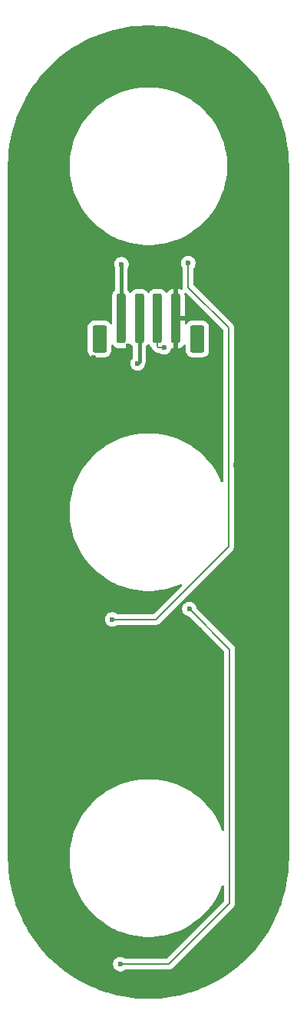
<source format=gbr>
%TF.GenerationSoftware,KiCad,Pcbnew,9.0.0*%
%TF.CreationDate,2025-03-15T09:27:42-04:00*%
%TF.ProjectId,cnc-hmi-encleds,636e632d-686d-4692-9d65-6e636c656473,rev?*%
%TF.SameCoordinates,Original*%
%TF.FileFunction,Copper,L2,Bot*%
%TF.FilePolarity,Positive*%
%FSLAX46Y46*%
G04 Gerber Fmt 4.6, Leading zero omitted, Abs format (unit mm)*
G04 Created by KiCad (PCBNEW 9.0.0) date 2025-03-15 09:27:42*
%MOMM*%
%LPD*%
G01*
G04 APERTURE LIST*
G04 Aperture macros list*
%AMRoundRect*
0 Rectangle with rounded corners*
0 $1 Rounding radius*
0 $2 $3 $4 $5 $6 $7 $8 $9 X,Y pos of 4 corners*
0 Add a 4 corners polygon primitive as box body*
4,1,4,$2,$3,$4,$5,$6,$7,$8,$9,$2,$3,0*
0 Add four circle primitives for the rounded corners*
1,1,$1+$1,$2,$3*
1,1,$1+$1,$4,$5*
1,1,$1+$1,$6,$7*
1,1,$1+$1,$8,$9*
0 Add four rect primitives between the rounded corners*
20,1,$1+$1,$2,$3,$4,$5,0*
20,1,$1+$1,$4,$5,$6,$7,0*
20,1,$1+$1,$6,$7,$8,$9,0*
20,1,$1+$1,$8,$9,$2,$3,0*%
G04 Aperture macros list end*
%TA.AperFunction,SMDPad,CuDef*%
%ADD10RoundRect,0.250000X-0.550000X-1.250000X0.550000X-1.250000X0.550000X1.250000X-0.550000X1.250000X0*%
%TD*%
%TA.AperFunction,SMDPad,CuDef*%
%ADD11RoundRect,0.250000X-0.250000X-2.500000X0.250000X-2.500000X0.250000X2.500000X-0.250000X2.500000X0*%
%TD*%
%TA.AperFunction,ViaPad*%
%ADD12C,0.600000*%
%TD*%
%TA.AperFunction,Conductor*%
%ADD13C,0.381000*%
%TD*%
%TA.AperFunction,Conductor*%
%ADD14C,0.200000*%
%TD*%
G04 APERTURE END LIST*
D10*
%TO.P,J1,MP*%
%TO.N,N/C*%
X161399800Y-76053000D03*
X150599800Y-76053000D03*
D11*
%TO.P,J1,4,Pin_4*%
%TO.N,GND*%
X158999800Y-73803000D03*
%TO.P,J1,3,Pin_3*%
%TO.N,/DOUT_3V3*%
X156999800Y-73803000D03*
%TO.P,J1,2,Pin_2*%
%TO.N,+3V3*%
X154999800Y-73803000D03*
%TO.P,J1,1,Pin_1*%
%TO.N,+5V*%
X152999800Y-73803000D03*
%TD*%
D12*
%TO.N,GND*%
X153756417Y-76862025D03*
X148971000Y-76835000D03*
X149987000Y-78105000D03*
X141859000Y-134112000D03*
X158877000Y-45974000D03*
X147701000Y-145161000D03*
X156337000Y-78613000D03*
X143891000Y-103759000D03*
X141859000Y-57531000D03*
X158750000Y-83566000D03*
X153797000Y-43434000D03*
X148971000Y-82931000D03*
X145415000Y-48260000D03*
X166116000Y-99695000D03*
X144018000Y-65786000D03*
X167259000Y-94742000D03*
X141859000Y-95885000D03*
X166370000Y-61341000D03*
X164338000Y-49022000D03*
X154940000Y-122047000D03*
X143510000Y-138557000D03*
X168148000Y-57658000D03*
X165735000Y-104902000D03*
X160401000Y-145161000D03*
X166751000Y-129159000D03*
X161671000Y-108077000D03*
X164084000Y-125222000D03*
X142494000Y-90170000D03*
X141859000Y-61468000D03*
X166878000Y-133350000D03*
X164338000Y-65786000D03*
X145034000Y-86106000D03*
X165227000Y-143002000D03*
X155194000Y-83820000D03*
X145415000Y-142748000D03*
X142748000Y-100711000D03*
X142367000Y-128270000D03*
X158877000Y-121285000D03*
X166497000Y-53213000D03*
X167894000Y-138684000D03*
X148971000Y-121412000D03*
X149352000Y-45212000D03*
X165608000Y-89916000D03*
X145161000Y-124206000D03*
X147574000Y-106934000D03*
X162687000Y-86233000D03*
X143256000Y-52959000D03*
X161798000Y-69850000D03*
X147828000Y-68834000D03*
%TO.N,+5V*%
X153035000Y-67818000D03*
%TO.N,Net-(D15-DOUT)*%
X152019000Y-106934000D03*
X160401000Y-67691000D03*
%TO.N,Net-(D30-DOUT)*%
X152908000Y-144907000D03*
X160528000Y-105791000D03*
%TO.N,+3V3*%
X154813000Y-78740000D03*
%TO.N,/DOUT_3V3*%
X157734000Y-76962000D03*
%TD*%
D13*
%TO.N,+5V*%
X152999800Y-73803000D02*
X152999800Y-67853200D01*
X152999800Y-67853200D02*
X153035000Y-67818000D01*
D14*
%TO.N,Net-(D15-DOUT)*%
X164846000Y-74803000D02*
X164846000Y-98933000D01*
X160401000Y-70358000D02*
X164846000Y-74803000D01*
X164846000Y-98933000D02*
X156845000Y-106934000D01*
X160401000Y-67691000D02*
X160401000Y-70358000D01*
X156845000Y-106934000D02*
X152019000Y-106934000D01*
%TO.N,Net-(D30-DOUT)*%
X164973000Y-110236000D02*
X164973000Y-138176000D01*
X160528000Y-105791000D02*
X164973000Y-110236000D01*
X164973000Y-138176000D02*
X158242000Y-144907000D01*
X158242000Y-144907000D02*
X152908000Y-144907000D01*
D13*
%TO.N,+3V3*%
X154999800Y-78553200D02*
X154813000Y-78740000D01*
X154999800Y-73803000D02*
X154999800Y-78553200D01*
D14*
%TO.N,/DOUT_3V3*%
X156972000Y-76835000D02*
X156999800Y-76807200D01*
X157734000Y-76962000D02*
X157099000Y-76962000D01*
X157099000Y-76962000D02*
X156972000Y-76835000D01*
X156999800Y-76807200D02*
X156999800Y-73803000D01*
%TD*%
%TA.AperFunction,Conductor*%
%TO.N,GND*%
G36*
X156399298Y-41526271D02*
G01*
X157165023Y-41564487D01*
X157171123Y-41564944D01*
X157934006Y-41641281D01*
X157940111Y-41642047D01*
X158550125Y-41733992D01*
X158698208Y-41756312D01*
X158704299Y-41757386D01*
X159455747Y-41909295D01*
X159461712Y-41910656D01*
X160204715Y-42099847D01*
X160210640Y-42101514D01*
X160943247Y-42327494D01*
X160949076Y-42329452D01*
X161669515Y-42591670D01*
X161675232Y-42593914D01*
X162381693Y-42891713D01*
X162387328Y-42894256D01*
X162678404Y-43034430D01*
X163078060Y-43226894D01*
X163083536Y-43229702D01*
X163460218Y-43434831D01*
X163756839Y-43596363D01*
X163762189Y-43599452D01*
X164416372Y-43999214D01*
X164421518Y-44002538D01*
X165055005Y-44434442D01*
X165059998Y-44438032D01*
X165361473Y-44666391D01*
X165671102Y-44900926D01*
X165675936Y-44904780D01*
X166263249Y-45397593D01*
X166267878Y-45401680D01*
X166676058Y-45780416D01*
X166829844Y-45923108D01*
X166834271Y-45927425D01*
X167369578Y-46476250D01*
X167373783Y-46480782D01*
X167881059Y-47055594D01*
X167885033Y-47060330D01*
X168363032Y-47659723D01*
X168366765Y-47664652D01*
X168814278Y-48287104D01*
X168817761Y-48292212D01*
X168993611Y-48564481D01*
X169206561Y-48894192D01*
X169233705Y-48936218D01*
X169236929Y-48941494D01*
X169620248Y-49605424D01*
X169623205Y-49610854D01*
X169972951Y-50293057D01*
X169975634Y-50298627D01*
X170290955Y-50997451D01*
X170293356Y-51003149D01*
X170573433Y-51716774D01*
X170575548Y-51722584D01*
X170819718Y-52449317D01*
X170821540Y-52455225D01*
X171029172Y-53193197D01*
X171030698Y-53199188D01*
X171201295Y-53946623D01*
X171202520Y-53952684D01*
X171335643Y-54707662D01*
X171336565Y-54713775D01*
X171431897Y-55474493D01*
X171432512Y-55480646D01*
X171489802Y-56245133D01*
X171490110Y-56251308D01*
X171509261Y-57019236D01*
X171509300Y-57022327D01*
X171509300Y-133219272D01*
X171509261Y-133222363D01*
X171490110Y-133990291D01*
X171489802Y-133996466D01*
X171432512Y-134760953D01*
X171431897Y-134767106D01*
X171336565Y-135527824D01*
X171335643Y-135533937D01*
X171202520Y-136288915D01*
X171201295Y-136294976D01*
X171030698Y-137042411D01*
X171029172Y-137048402D01*
X170821540Y-137786374D01*
X170819718Y-137792282D01*
X170575548Y-138519015D01*
X170573433Y-138524825D01*
X170293356Y-139238450D01*
X170290955Y-139244148D01*
X169975634Y-139942972D01*
X169972951Y-139948542D01*
X169623205Y-140630745D01*
X169620248Y-140636175D01*
X169236929Y-141300105D01*
X169233705Y-141305381D01*
X168817761Y-141949387D01*
X168814278Y-141954495D01*
X168366765Y-142576947D01*
X168363032Y-142581876D01*
X167885033Y-143181269D01*
X167881059Y-143186005D01*
X167373783Y-143760817D01*
X167369578Y-143765349D01*
X166834271Y-144314174D01*
X166829844Y-144318491D01*
X166267884Y-144839914D01*
X166263249Y-144844006D01*
X165675936Y-145336819D01*
X165671102Y-145340673D01*
X165060011Y-145803557D01*
X165054991Y-145807167D01*
X164421542Y-146239046D01*
X164416348Y-146242400D01*
X163762193Y-146642145D01*
X163756839Y-146645236D01*
X163083550Y-147011890D01*
X163078047Y-147014711D01*
X162387328Y-147347343D01*
X162381693Y-147349886D01*
X161675251Y-147647677D01*
X161669495Y-147649936D01*
X160949092Y-147912141D01*
X160943232Y-147914110D01*
X160210653Y-148140081D01*
X160204701Y-148141756D01*
X159461743Y-148330936D01*
X159455715Y-148332311D01*
X158704297Y-148484213D01*
X158698208Y-148485287D01*
X157940126Y-148599550D01*
X157933991Y-148600319D01*
X157171155Y-148676652D01*
X157164990Y-148677114D01*
X156399299Y-148715328D01*
X156393118Y-148715482D01*
X155626482Y-148715482D01*
X155620301Y-148715328D01*
X154854609Y-148677114D01*
X154848444Y-148676652D01*
X154085608Y-148600319D01*
X154079473Y-148599550D01*
X153321391Y-148485287D01*
X153315302Y-148484213D01*
X152563884Y-148332311D01*
X152557856Y-148330936D01*
X151814898Y-148141756D01*
X151808946Y-148140081D01*
X151076367Y-147914110D01*
X151070507Y-147912141D01*
X150350104Y-147649936D01*
X150344348Y-147647677D01*
X149637906Y-147349886D01*
X149632271Y-147347343D01*
X148941552Y-147014711D01*
X148936049Y-147011890D01*
X148262760Y-146645236D01*
X148257406Y-146642145D01*
X148004255Y-146487448D01*
X147603237Y-146242391D01*
X147598071Y-146239055D01*
X146964602Y-145807162D01*
X146959588Y-145803557D01*
X146832775Y-145707500D01*
X146449644Y-145417289D01*
X146348497Y-145340673D01*
X146343663Y-145336819D01*
X145756350Y-144844006D01*
X145751715Y-144839914D01*
X145572367Y-144673503D01*
X145189749Y-144318485D01*
X145185328Y-144314174D01*
X145157080Y-144285213D01*
X144650021Y-143765349D01*
X144645816Y-143760817D01*
X144138540Y-143186005D01*
X144134566Y-143181269D01*
X143656567Y-142581876D01*
X143652834Y-142576947D01*
X143205321Y-141954495D01*
X143201838Y-141949387D01*
X143025992Y-141677124D01*
X142785882Y-141305361D01*
X142782682Y-141300125D01*
X142467523Y-140754253D01*
X142399351Y-140636175D01*
X142396394Y-140630745D01*
X142186584Y-140221497D01*
X142046640Y-139948526D01*
X142043973Y-139942989D01*
X141728644Y-139244148D01*
X141726243Y-139238450D01*
X141446166Y-138524825D01*
X141444051Y-138519015D01*
X141363256Y-138278541D01*
X141199876Y-137792267D01*
X141198059Y-137786374D01*
X141147491Y-137606645D01*
X140990425Y-137048397D01*
X140988901Y-137042411D01*
X140981909Y-137011779D01*
X140818303Y-136294975D01*
X140817079Y-136288915D01*
X140683956Y-135533937D01*
X140683034Y-135527824D01*
X140641017Y-135192539D01*
X140587699Y-134767077D01*
X140587090Y-134760983D01*
X140529795Y-133996433D01*
X140529490Y-133990323D01*
X140510339Y-133222363D01*
X140510300Y-133219272D01*
X140510300Y-132936695D01*
X147331300Y-132936695D01*
X147331300Y-132950341D01*
X147331300Y-133504905D01*
X147355704Y-133877227D01*
X147368463Y-134071902D01*
X147442628Y-134635244D01*
X147442630Y-134635255D01*
X147553475Y-135192513D01*
X147553481Y-135192539D01*
X147700545Y-135741390D01*
X147883188Y-136279437D01*
X147883192Y-136279448D01*
X148100635Y-136804400D01*
X148351945Y-137314008D01*
X148636045Y-137806083D01*
X148636061Y-137806108D01*
X148936040Y-138255058D01*
X148951731Y-138278541D01*
X149297635Y-138729331D01*
X149672282Y-139156534D01*
X150074066Y-139558318D01*
X150501269Y-139932965D01*
X150952059Y-140278869D01*
X150952065Y-140278873D01*
X151424491Y-140594538D01*
X151424516Y-140594554D01*
X151916591Y-140878654D01*
X152399355Y-141116726D01*
X152426203Y-141129966D01*
X152951160Y-141347411D01*
X153489215Y-141530056D01*
X154038063Y-141677119D01*
X154038072Y-141677120D01*
X154038086Y-141677124D01*
X154581437Y-141785202D01*
X154595354Y-141787971D01*
X155158703Y-141862137D01*
X155725695Y-141899300D01*
X155725706Y-141899300D01*
X156293894Y-141899300D01*
X156293905Y-141899300D01*
X156860897Y-141862137D01*
X157424246Y-141787971D01*
X157692454Y-141734621D01*
X157981513Y-141677124D01*
X157981520Y-141677122D01*
X157981537Y-141677119D01*
X158530385Y-141530056D01*
X159068440Y-141347411D01*
X159593397Y-141129966D01*
X160103008Y-140878654D01*
X160595092Y-140594549D01*
X161067541Y-140278869D01*
X161518331Y-139932965D01*
X161945534Y-139558318D01*
X162347318Y-139156534D01*
X162721965Y-138729331D01*
X163067869Y-138278541D01*
X163383549Y-137806092D01*
X163667654Y-137314008D01*
X163918966Y-136804397D01*
X164133939Y-136285408D01*
X164177780Y-136231005D01*
X164244074Y-136208940D01*
X164311774Y-136226219D01*
X164359384Y-136277357D01*
X164372500Y-136332861D01*
X164372500Y-137875903D01*
X164352815Y-137942942D01*
X164336181Y-137963584D01*
X158029584Y-144270181D01*
X157968261Y-144303666D01*
X157941903Y-144306500D01*
X153487766Y-144306500D01*
X153420727Y-144286815D01*
X153418875Y-144285602D01*
X153287185Y-144197609D01*
X153287172Y-144197602D01*
X153141501Y-144137264D01*
X153141489Y-144137261D01*
X152986845Y-144106500D01*
X152986842Y-144106500D01*
X152829158Y-144106500D01*
X152829155Y-144106500D01*
X152674510Y-144137261D01*
X152674498Y-144137264D01*
X152528827Y-144197602D01*
X152528814Y-144197609D01*
X152397711Y-144285210D01*
X152397707Y-144285213D01*
X152286213Y-144396707D01*
X152286210Y-144396711D01*
X152198609Y-144527814D01*
X152198602Y-144527827D01*
X152138264Y-144673498D01*
X152138261Y-144673510D01*
X152107500Y-144828153D01*
X152107500Y-144985846D01*
X152138261Y-145140489D01*
X152138264Y-145140501D01*
X152198602Y-145286172D01*
X152198609Y-145286185D01*
X152286210Y-145417288D01*
X152286213Y-145417292D01*
X152397707Y-145528786D01*
X152397711Y-145528789D01*
X152528814Y-145616390D01*
X152528827Y-145616397D01*
X152674498Y-145676735D01*
X152674503Y-145676737D01*
X152829153Y-145707499D01*
X152829156Y-145707500D01*
X152829158Y-145707500D01*
X152986844Y-145707500D01*
X152986845Y-145707499D01*
X153141497Y-145676737D01*
X153287179Y-145616394D01*
X153348817Y-145575209D01*
X153418875Y-145528398D01*
X153485553Y-145507520D01*
X153487766Y-145507500D01*
X158155331Y-145507500D01*
X158155347Y-145507501D01*
X158162943Y-145507501D01*
X158321054Y-145507501D01*
X158321057Y-145507501D01*
X158473785Y-145466577D01*
X158523904Y-145437639D01*
X158610716Y-145387520D01*
X158722520Y-145275716D01*
X158722520Y-145275714D01*
X158732728Y-145265507D01*
X158732730Y-145265504D01*
X165331506Y-138666728D01*
X165331511Y-138666724D01*
X165341714Y-138656520D01*
X165341716Y-138656520D01*
X165453520Y-138544716D01*
X165532577Y-138407784D01*
X165563439Y-138292605D01*
X165573500Y-138255058D01*
X165573500Y-138096943D01*
X165573500Y-110156943D01*
X165532577Y-110004216D01*
X165532577Y-110004215D01*
X165532577Y-110004214D01*
X165503639Y-109954095D01*
X165503637Y-109954092D01*
X165453520Y-109867284D01*
X165341716Y-109755480D01*
X165341715Y-109755479D01*
X165337385Y-109751149D01*
X165337374Y-109751139D01*
X161362574Y-105776339D01*
X161329089Y-105715016D01*
X161328638Y-105712849D01*
X161297738Y-105557510D01*
X161297737Y-105557503D01*
X161297735Y-105557498D01*
X161237397Y-105411827D01*
X161237390Y-105411814D01*
X161149789Y-105280711D01*
X161149786Y-105280707D01*
X161038292Y-105169213D01*
X161038288Y-105169210D01*
X160907185Y-105081609D01*
X160907172Y-105081602D01*
X160761501Y-105021264D01*
X160761489Y-105021261D01*
X160606845Y-104990500D01*
X160606842Y-104990500D01*
X160449158Y-104990500D01*
X160449155Y-104990500D01*
X160294510Y-105021261D01*
X160294498Y-105021264D01*
X160148827Y-105081602D01*
X160148814Y-105081609D01*
X160017711Y-105169210D01*
X160017707Y-105169213D01*
X159906213Y-105280707D01*
X159906210Y-105280711D01*
X159818609Y-105411814D01*
X159818602Y-105411827D01*
X159758264Y-105557498D01*
X159758261Y-105557510D01*
X159727500Y-105712153D01*
X159727500Y-105869846D01*
X159758261Y-106024489D01*
X159758264Y-106024501D01*
X159818602Y-106170172D01*
X159818609Y-106170185D01*
X159906210Y-106301288D01*
X159906213Y-106301292D01*
X160017707Y-106412786D01*
X160017711Y-106412789D01*
X160148814Y-106500390D01*
X160148827Y-106500397D01*
X160280220Y-106554821D01*
X160294503Y-106560737D01*
X160359147Y-106573595D01*
X160449849Y-106591638D01*
X160511760Y-106624023D01*
X160513339Y-106625574D01*
X164336181Y-110448416D01*
X164369666Y-110509739D01*
X164372500Y-110536097D01*
X164372500Y-130108738D01*
X164352815Y-130175777D01*
X164300011Y-130221532D01*
X164230853Y-130231476D01*
X164167297Y-130202451D01*
X164133939Y-130156191D01*
X163918964Y-129637199D01*
X163667654Y-129127591D01*
X163383554Y-128635516D01*
X163383538Y-128635491D01*
X163067873Y-128163065D01*
X163067869Y-128163059D01*
X162721965Y-127712269D01*
X162347318Y-127285066D01*
X161945534Y-126883282D01*
X161518331Y-126508635D01*
X161067541Y-126162731D01*
X161067534Y-126162726D01*
X160595108Y-125847061D01*
X160595083Y-125847045D01*
X160103008Y-125562945D01*
X159593400Y-125311635D01*
X159068448Y-125094192D01*
X159068437Y-125094188D01*
X158530390Y-124911545D01*
X157981539Y-124764481D01*
X157981513Y-124764475D01*
X157424255Y-124653630D01*
X157424244Y-124653628D01*
X156860902Y-124579463D01*
X156683712Y-124567849D01*
X156293905Y-124542300D01*
X155725695Y-124542300D01*
X155358817Y-124566346D01*
X155158697Y-124579463D01*
X154595355Y-124653628D01*
X154595344Y-124653630D01*
X154038086Y-124764475D01*
X154038060Y-124764481D01*
X153489209Y-124911545D01*
X152951162Y-125094188D01*
X152951151Y-125094192D01*
X152426199Y-125311635D01*
X151916591Y-125562945D01*
X151424516Y-125847045D01*
X151424491Y-125847061D01*
X150952065Y-126162726D01*
X150501268Y-126508636D01*
X150074061Y-126883286D01*
X149672286Y-127285061D01*
X149388382Y-127608791D01*
X149297635Y-127712269D01*
X149195270Y-127845673D01*
X148951726Y-128163065D01*
X148636061Y-128635491D01*
X148636045Y-128635516D01*
X148351945Y-129127591D01*
X148100635Y-129637199D01*
X147883192Y-130162151D01*
X147883188Y-130162162D01*
X147700545Y-130700209D01*
X147553481Y-131249060D01*
X147553475Y-131249086D01*
X147442630Y-131806344D01*
X147442628Y-131806355D01*
X147368463Y-132369697D01*
X147368463Y-132369703D01*
X147331300Y-132936695D01*
X140510300Y-132936695D01*
X140510300Y-94836695D01*
X147331300Y-94836695D01*
X147331300Y-94850341D01*
X147331300Y-95404905D01*
X147351857Y-95718545D01*
X147368463Y-95971902D01*
X147442628Y-96535244D01*
X147442630Y-96535255D01*
X147553475Y-97092513D01*
X147553481Y-97092539D01*
X147700545Y-97641390D01*
X147883188Y-98179437D01*
X147883192Y-98179448D01*
X148100635Y-98704400D01*
X148351945Y-99214008D01*
X148636045Y-99706083D01*
X148636061Y-99706108D01*
X148951726Y-100178534D01*
X148951731Y-100178541D01*
X149297635Y-100629331D01*
X149672282Y-101056534D01*
X150074066Y-101458318D01*
X150501269Y-101832965D01*
X150952059Y-102178869D01*
X150952065Y-102178873D01*
X151424491Y-102494538D01*
X151424516Y-102494554D01*
X151916591Y-102778654D01*
X152399355Y-103016726D01*
X152426203Y-103029966D01*
X152951160Y-103247411D01*
X153489215Y-103430056D01*
X154038063Y-103577119D01*
X154038072Y-103577120D01*
X154038086Y-103577124D01*
X154581437Y-103685202D01*
X154595354Y-103687971D01*
X155158703Y-103762137D01*
X155725695Y-103799300D01*
X155725706Y-103799300D01*
X156293894Y-103799300D01*
X156293905Y-103799300D01*
X156860897Y-103762137D01*
X157424246Y-103687971D01*
X157692454Y-103634621D01*
X157981513Y-103577124D01*
X157981520Y-103577122D01*
X157981537Y-103577119D01*
X158530385Y-103430056D01*
X159068440Y-103247411D01*
X159540519Y-103051868D01*
X159609986Y-103044400D01*
X159672466Y-103075675D01*
X159708118Y-103135764D01*
X159705625Y-103205589D01*
X159675651Y-103254111D01*
X156632584Y-106297181D01*
X156571261Y-106330666D01*
X156544903Y-106333500D01*
X152598766Y-106333500D01*
X152531727Y-106313815D01*
X152529875Y-106312602D01*
X152398185Y-106224609D01*
X152398172Y-106224602D01*
X152252501Y-106164264D01*
X152252489Y-106164261D01*
X152097845Y-106133500D01*
X152097842Y-106133500D01*
X151940158Y-106133500D01*
X151940155Y-106133500D01*
X151785510Y-106164261D01*
X151785498Y-106164264D01*
X151639827Y-106224602D01*
X151639814Y-106224609D01*
X151508711Y-106312210D01*
X151508707Y-106312213D01*
X151397213Y-106423707D01*
X151397210Y-106423711D01*
X151309609Y-106554814D01*
X151309602Y-106554827D01*
X151249264Y-106700498D01*
X151249261Y-106700510D01*
X151218500Y-106855153D01*
X151218500Y-107012846D01*
X151249261Y-107167489D01*
X151249264Y-107167501D01*
X151309602Y-107313172D01*
X151309609Y-107313185D01*
X151397210Y-107444288D01*
X151397213Y-107444292D01*
X151508707Y-107555786D01*
X151508711Y-107555789D01*
X151639814Y-107643390D01*
X151639827Y-107643397D01*
X151785498Y-107703735D01*
X151785503Y-107703737D01*
X151940153Y-107734499D01*
X151940156Y-107734500D01*
X151940158Y-107734500D01*
X152097844Y-107734500D01*
X152097845Y-107734499D01*
X152252497Y-107703737D01*
X152398179Y-107643394D01*
X152398185Y-107643390D01*
X152529875Y-107555398D01*
X152596553Y-107534520D01*
X152598766Y-107534500D01*
X156758331Y-107534500D01*
X156758347Y-107534501D01*
X156765943Y-107534501D01*
X156924054Y-107534501D01*
X156924057Y-107534501D01*
X157076785Y-107493577D01*
X157126904Y-107464639D01*
X157213716Y-107414520D01*
X157325520Y-107302716D01*
X157325520Y-107302714D01*
X157335728Y-107292507D01*
X157335729Y-107292504D01*
X165326520Y-99301716D01*
X165405577Y-99164784D01*
X165446501Y-99012057D01*
X165446501Y-98853942D01*
X165446501Y-98846347D01*
X165446500Y-98846329D01*
X165446500Y-74723946D01*
X165446500Y-74723943D01*
X165426742Y-74650203D01*
X165405577Y-74571215D01*
X165376639Y-74521095D01*
X165326520Y-74434284D01*
X165214716Y-74322480D01*
X165214715Y-74322479D01*
X165210385Y-74318149D01*
X165210374Y-74318139D01*
X161037819Y-70145584D01*
X161004334Y-70084261D01*
X161001500Y-70057903D01*
X161001500Y-68270765D01*
X161021185Y-68203726D01*
X161022398Y-68201874D01*
X161025539Y-68197174D01*
X161110394Y-68070179D01*
X161170737Y-67924497D01*
X161201500Y-67769842D01*
X161201500Y-67612158D01*
X161201500Y-67612155D01*
X161201499Y-67612153D01*
X161170738Y-67457510D01*
X161170737Y-67457503D01*
X161162996Y-67438814D01*
X161110397Y-67311827D01*
X161110390Y-67311814D01*
X161022789Y-67180711D01*
X161022786Y-67180707D01*
X160911292Y-67069213D01*
X160911288Y-67069210D01*
X160780185Y-66981609D01*
X160780172Y-66981602D01*
X160634501Y-66921264D01*
X160634489Y-66921261D01*
X160479845Y-66890500D01*
X160479842Y-66890500D01*
X160322158Y-66890500D01*
X160322155Y-66890500D01*
X160167510Y-66921261D01*
X160167498Y-66921264D01*
X160021827Y-66981602D01*
X160021814Y-66981609D01*
X159890711Y-67069210D01*
X159890707Y-67069213D01*
X159779213Y-67180707D01*
X159779210Y-67180711D01*
X159691609Y-67311814D01*
X159691602Y-67311827D01*
X159631264Y-67457498D01*
X159631261Y-67457510D01*
X159600500Y-67612153D01*
X159600500Y-67769846D01*
X159631261Y-67924489D01*
X159631264Y-67924501D01*
X159691602Y-68070172D01*
X159691609Y-68070185D01*
X159734128Y-68133818D01*
X159776461Y-68197174D01*
X159779602Y-68201874D01*
X159800480Y-68268551D01*
X159800500Y-68270765D01*
X159800500Y-70271330D01*
X159800499Y-70271348D01*
X159800499Y-70278943D01*
X159800499Y-70437057D01*
X159823856Y-70524224D01*
X159822193Y-70594074D01*
X159783031Y-70651937D01*
X159718802Y-70679441D01*
X159649900Y-70667855D01*
X159638984Y-70661857D01*
X159568924Y-70618643D01*
X159568919Y-70618641D01*
X159402497Y-70563494D01*
X159402490Y-70563493D01*
X159299786Y-70553000D01*
X159249800Y-70553000D01*
X159249800Y-73553000D01*
X159999799Y-73553000D01*
X159999799Y-71253028D01*
X159999798Y-71253013D01*
X159989305Y-71150301D01*
X159978061Y-71116369D01*
X159975658Y-71046540D01*
X160011389Y-70986498D01*
X160073909Y-70955305D01*
X160143368Y-70962864D01*
X160183447Y-70989682D01*
X164209181Y-75015416D01*
X164242666Y-75076739D01*
X164245500Y-75103097D01*
X164245500Y-91702134D01*
X164225815Y-91769173D01*
X164173011Y-91814928D01*
X164103853Y-91824872D01*
X164040297Y-91795847D01*
X164006939Y-91749587D01*
X163971186Y-91663273D01*
X163918966Y-91537203D01*
X163667654Y-91027592D01*
X163667654Y-91027591D01*
X163383554Y-90535516D01*
X163383538Y-90535491D01*
X163067873Y-90063065D01*
X163067869Y-90063059D01*
X162721965Y-89612269D01*
X162347318Y-89185066D01*
X161945534Y-88783282D01*
X161518331Y-88408635D01*
X161067541Y-88062731D01*
X161067534Y-88062726D01*
X160595108Y-87747061D01*
X160595083Y-87747045D01*
X160103008Y-87462945D01*
X159593400Y-87211635D01*
X159068448Y-86994192D01*
X159068437Y-86994188D01*
X158530390Y-86811545D01*
X157981539Y-86664481D01*
X157981513Y-86664475D01*
X157424255Y-86553630D01*
X157424244Y-86553628D01*
X156860902Y-86479463D01*
X156683712Y-86467849D01*
X156293905Y-86442300D01*
X155725695Y-86442300D01*
X155358817Y-86466346D01*
X155158697Y-86479463D01*
X154595355Y-86553628D01*
X154595344Y-86553630D01*
X154038086Y-86664475D01*
X154038060Y-86664481D01*
X153489209Y-86811545D01*
X152951162Y-86994188D01*
X152951151Y-86994192D01*
X152426199Y-87211635D01*
X151916591Y-87462945D01*
X151424516Y-87747045D01*
X151424491Y-87747061D01*
X150952065Y-88062726D01*
X150501268Y-88408636D01*
X150074061Y-88783286D01*
X149672286Y-89185061D01*
X149388382Y-89508791D01*
X149297635Y-89612269D01*
X149169620Y-89779100D01*
X148951726Y-90063065D01*
X148636061Y-90535491D01*
X148636045Y-90535516D01*
X148351945Y-91027591D01*
X148100635Y-91537199D01*
X147883192Y-92062151D01*
X147883188Y-92062162D01*
X147700545Y-92600209D01*
X147553481Y-93149060D01*
X147553475Y-93149086D01*
X147442630Y-93706344D01*
X147442628Y-93706355D01*
X147368463Y-94269697D01*
X147368463Y-94269703D01*
X147331300Y-94836695D01*
X140510300Y-94836695D01*
X140510300Y-74752983D01*
X149299300Y-74752983D01*
X149299300Y-77353001D01*
X149299301Y-77353018D01*
X149309800Y-77455796D01*
X149309801Y-77455799D01*
X149345159Y-77562500D01*
X149364986Y-77622334D01*
X149457088Y-77771656D01*
X149581144Y-77895712D01*
X149730466Y-77987814D01*
X149897003Y-78042999D01*
X149999791Y-78053500D01*
X151199808Y-78053499D01*
X151302597Y-78042999D01*
X151469134Y-77987814D01*
X151618456Y-77895712D01*
X151742512Y-77771656D01*
X151834614Y-77622334D01*
X151889799Y-77455797D01*
X151900300Y-77353009D01*
X151900299Y-76792570D01*
X151919983Y-76725534D01*
X151972787Y-76679779D01*
X152041946Y-76669835D01*
X152105502Y-76698860D01*
X152129836Y-76727474D01*
X152157088Y-76771656D01*
X152281144Y-76895712D01*
X152430466Y-76987814D01*
X152597003Y-77042999D01*
X152699791Y-77053500D01*
X153299808Y-77053499D01*
X153299816Y-77053498D01*
X153299819Y-77053498D01*
X153356890Y-77047668D01*
X153402597Y-77042999D01*
X153569134Y-76987814D01*
X153718456Y-76895712D01*
X153842512Y-76771656D01*
X153894261Y-76687756D01*
X153946209Y-76641032D01*
X154015171Y-76629809D01*
X154079254Y-76657653D01*
X154105339Y-76687757D01*
X154157087Y-76771655D01*
X154272481Y-76887049D01*
X154305966Y-76948372D01*
X154308800Y-76974730D01*
X154308800Y-78060759D01*
X154289115Y-78127798D01*
X154272481Y-78148440D01*
X154191213Y-78229707D01*
X154191210Y-78229711D01*
X154103609Y-78360814D01*
X154103602Y-78360827D01*
X154043264Y-78506498D01*
X154043261Y-78506510D01*
X154012500Y-78661153D01*
X154012500Y-78818846D01*
X154043261Y-78973489D01*
X154043264Y-78973501D01*
X154103602Y-79119172D01*
X154103609Y-79119185D01*
X154191210Y-79250288D01*
X154191213Y-79250292D01*
X154302707Y-79361786D01*
X154302711Y-79361789D01*
X154433814Y-79449390D01*
X154433827Y-79449397D01*
X154579498Y-79509735D01*
X154579503Y-79509737D01*
X154734153Y-79540499D01*
X154734156Y-79540500D01*
X154734158Y-79540500D01*
X154891844Y-79540500D01*
X154891845Y-79540499D01*
X155046497Y-79509737D01*
X155192179Y-79449394D01*
X155323289Y-79361789D01*
X155434789Y-79250289D01*
X155522394Y-79119179D01*
X155582737Y-78973497D01*
X155591791Y-78927975D01*
X155610314Y-78883267D01*
X155612156Y-78880511D01*
X155664245Y-78754757D01*
X155690800Y-78621257D01*
X155690800Y-78485143D01*
X155690800Y-76974730D01*
X155710485Y-76907691D01*
X155727119Y-76887049D01*
X155731010Y-76883158D01*
X155842512Y-76771656D01*
X155894261Y-76687756D01*
X155946209Y-76641032D01*
X156015171Y-76629809D01*
X156079254Y-76657653D01*
X156105339Y-76687757D01*
X156146497Y-76754486D01*
X156157088Y-76771656D01*
X156281144Y-76895712D01*
X156341573Y-76932984D01*
X156388296Y-76984931D01*
X156396249Y-77006427D01*
X156412421Y-77066781D01*
X156412422Y-77066784D01*
X156412423Y-77066785D01*
X156491481Y-77203716D01*
X156491483Y-77203718D01*
X156614139Y-77326374D01*
X156614149Y-77326385D01*
X156618479Y-77330715D01*
X156618480Y-77330716D01*
X156730284Y-77442520D01*
X156753285Y-77455799D01*
X156817095Y-77492639D01*
X156817097Y-77492641D01*
X156855151Y-77514611D01*
X156867215Y-77521577D01*
X157019943Y-77562500D01*
X157154234Y-77562500D01*
X157221273Y-77582185D01*
X157223125Y-77583398D01*
X157354814Y-77671390D01*
X157354827Y-77671397D01*
X157500498Y-77731735D01*
X157500503Y-77731737D01*
X157655153Y-77762499D01*
X157655156Y-77762500D01*
X157655158Y-77762500D01*
X157812844Y-77762500D01*
X157812845Y-77762499D01*
X157967497Y-77731737D01*
X158113179Y-77671394D01*
X158244289Y-77583789D01*
X158355789Y-77472289D01*
X158443394Y-77341179D01*
X158503737Y-77195497D01*
X158513416Y-77146833D01*
X158545799Y-77084925D01*
X158606514Y-77050350D01*
X158647637Y-77047668D01*
X158699820Y-77052999D01*
X158749799Y-77052998D01*
X158749800Y-77052998D01*
X158749800Y-74053000D01*
X159249800Y-74053000D01*
X159249800Y-77052999D01*
X159299772Y-77052999D01*
X159299786Y-77052998D01*
X159402497Y-77042505D01*
X159568919Y-76987358D01*
X159568924Y-76987356D01*
X159718145Y-76895315D01*
X159842115Y-76771345D01*
X159869760Y-76726525D01*
X159921707Y-76679800D01*
X159990669Y-76668576D01*
X160054752Y-76696418D01*
X160093609Y-76754486D01*
X160099300Y-76791620D01*
X160099300Y-77353001D01*
X160099301Y-77353018D01*
X160109800Y-77455796D01*
X160109801Y-77455799D01*
X160145159Y-77562500D01*
X160164986Y-77622334D01*
X160257088Y-77771656D01*
X160381144Y-77895712D01*
X160530466Y-77987814D01*
X160697003Y-78042999D01*
X160799791Y-78053500D01*
X161999808Y-78053499D01*
X162102597Y-78042999D01*
X162269134Y-77987814D01*
X162418456Y-77895712D01*
X162542512Y-77771656D01*
X162634614Y-77622334D01*
X162689799Y-77455797D01*
X162700300Y-77353009D01*
X162700299Y-74752992D01*
X162697331Y-74723941D01*
X162689799Y-74650202D01*
X162689798Y-74650200D01*
X162663625Y-74571215D01*
X162634614Y-74483666D01*
X162542512Y-74334344D01*
X162418456Y-74210288D01*
X162269134Y-74118186D01*
X162102597Y-74063001D01*
X162102595Y-74063000D01*
X161999810Y-74052500D01*
X160799798Y-74052500D01*
X160799781Y-74052501D01*
X160697003Y-74063000D01*
X160697000Y-74063001D01*
X160530468Y-74118185D01*
X160530463Y-74118187D01*
X160381142Y-74210289D01*
X160257089Y-74334342D01*
X160229339Y-74379333D01*
X160177391Y-74426057D01*
X160108428Y-74437280D01*
X160044346Y-74409436D01*
X160005490Y-74351367D01*
X159999800Y-74314236D01*
X159999800Y-74053000D01*
X159249800Y-74053000D01*
X158749800Y-74053000D01*
X158749800Y-70553000D01*
X158749799Y-70552999D01*
X158699829Y-70553000D01*
X158699811Y-70553001D01*
X158597102Y-70563494D01*
X158430680Y-70618641D01*
X158430675Y-70618643D01*
X158281454Y-70710684D01*
X158157482Y-70834656D01*
X158105631Y-70918720D01*
X158053683Y-70965444D01*
X157984720Y-70976665D01*
X157920638Y-70948822D01*
X157894554Y-70918718D01*
X157842512Y-70834344D01*
X157718457Y-70710289D01*
X157718456Y-70710288D01*
X157569134Y-70618186D01*
X157402597Y-70563001D01*
X157402595Y-70563000D01*
X157299810Y-70552500D01*
X156699798Y-70552500D01*
X156699780Y-70552501D01*
X156597003Y-70563000D01*
X156597000Y-70563001D01*
X156430468Y-70618185D01*
X156430463Y-70618187D01*
X156281142Y-70710289D01*
X156157089Y-70834342D01*
X156105339Y-70918243D01*
X156053391Y-70964967D01*
X155984428Y-70976190D01*
X155920346Y-70948346D01*
X155894261Y-70918243D01*
X155845088Y-70838521D01*
X155842512Y-70834344D01*
X155718456Y-70710288D01*
X155569134Y-70618186D01*
X155402597Y-70563001D01*
X155402595Y-70563000D01*
X155299810Y-70552500D01*
X154699798Y-70552500D01*
X154699780Y-70552501D01*
X154597003Y-70563000D01*
X154597000Y-70563001D01*
X154430468Y-70618185D01*
X154430463Y-70618187D01*
X154281142Y-70710289D01*
X154157089Y-70834342D01*
X154105339Y-70918243D01*
X154053391Y-70964967D01*
X153984428Y-70976190D01*
X153920346Y-70948346D01*
X153894261Y-70918243D01*
X153845088Y-70838521D01*
X153842512Y-70834344D01*
X153727118Y-70718950D01*
X153693634Y-70657627D01*
X153690800Y-70631269D01*
X153690800Y-68315002D01*
X153710485Y-68247963D01*
X153711698Y-68246111D01*
X153744394Y-68197179D01*
X153804737Y-68051497D01*
X153835500Y-67896842D01*
X153835500Y-67739158D01*
X153835500Y-67739155D01*
X153835499Y-67739153D01*
X153804738Y-67584510D01*
X153804737Y-67584503D01*
X153804735Y-67584498D01*
X153744397Y-67438827D01*
X153744390Y-67438814D01*
X153656789Y-67307711D01*
X153656786Y-67307707D01*
X153545292Y-67196213D01*
X153545288Y-67196210D01*
X153414185Y-67108609D01*
X153414172Y-67108602D01*
X153268501Y-67048264D01*
X153268489Y-67048261D01*
X153113845Y-67017500D01*
X153113842Y-67017500D01*
X152956158Y-67017500D01*
X152956155Y-67017500D01*
X152801510Y-67048261D01*
X152801498Y-67048264D01*
X152655827Y-67108602D01*
X152655814Y-67108609D01*
X152524711Y-67196210D01*
X152524707Y-67196213D01*
X152413213Y-67307707D01*
X152413210Y-67307711D01*
X152325609Y-67438814D01*
X152325602Y-67438827D01*
X152265264Y-67584498D01*
X152265261Y-67584510D01*
X152234500Y-67739153D01*
X152234500Y-67896846D01*
X152265261Y-68051489D01*
X152265264Y-68051501D01*
X152299361Y-68133818D01*
X152308800Y-68181270D01*
X152308800Y-70631269D01*
X152289115Y-70698308D01*
X152272482Y-70718950D01*
X152157087Y-70834345D01*
X152064987Y-70983663D01*
X152064985Y-70983668D01*
X152037149Y-71067670D01*
X152009801Y-71150203D01*
X152009801Y-71150204D01*
X152009800Y-71150204D01*
X151999300Y-71252983D01*
X151999300Y-74313426D01*
X151979615Y-74380465D01*
X151926811Y-74426220D01*
X151857653Y-74436164D01*
X151794097Y-74407139D01*
X151769761Y-74378522D01*
X151742512Y-74334344D01*
X151618457Y-74210289D01*
X151618456Y-74210288D01*
X151469134Y-74118186D01*
X151302597Y-74063001D01*
X151302595Y-74063000D01*
X151199810Y-74052500D01*
X149999798Y-74052500D01*
X149999781Y-74052501D01*
X149897003Y-74063000D01*
X149897000Y-74063001D01*
X149730468Y-74118185D01*
X149730463Y-74118187D01*
X149581142Y-74210289D01*
X149457089Y-74334342D01*
X149364987Y-74483663D01*
X149364985Y-74483668D01*
X149309800Y-74650204D01*
X149299300Y-74752983D01*
X140510300Y-74752983D01*
X140510300Y-57022327D01*
X140510339Y-57019236D01*
X140511943Y-56954908D01*
X140517385Y-56736695D01*
X147331300Y-56736695D01*
X147331300Y-56750341D01*
X147331300Y-57304905D01*
X147351857Y-57618545D01*
X147368463Y-57871902D01*
X147442628Y-58435244D01*
X147442630Y-58435255D01*
X147553475Y-58992513D01*
X147553481Y-58992539D01*
X147700545Y-59541390D01*
X147883188Y-60079437D01*
X147883192Y-60079448D01*
X148100635Y-60604400D01*
X148351945Y-61114008D01*
X148636045Y-61606083D01*
X148636061Y-61606108D01*
X148951726Y-62078534D01*
X148951731Y-62078541D01*
X149297635Y-62529331D01*
X149672282Y-62956534D01*
X150074066Y-63358318D01*
X150501269Y-63732965D01*
X150952059Y-64078869D01*
X150952065Y-64078873D01*
X151424491Y-64394538D01*
X151424516Y-64394554D01*
X151916591Y-64678654D01*
X152399355Y-64916726D01*
X152426203Y-64929966D01*
X152951160Y-65147411D01*
X153489215Y-65330056D01*
X154038063Y-65477119D01*
X154038072Y-65477120D01*
X154038086Y-65477124D01*
X154581437Y-65585202D01*
X154595354Y-65587971D01*
X155158703Y-65662137D01*
X155725695Y-65699300D01*
X155725706Y-65699300D01*
X156293894Y-65699300D01*
X156293905Y-65699300D01*
X156860897Y-65662137D01*
X157424246Y-65587971D01*
X157692454Y-65534621D01*
X157981513Y-65477124D01*
X157981520Y-65477122D01*
X157981537Y-65477119D01*
X158530385Y-65330056D01*
X159068440Y-65147411D01*
X159593397Y-64929966D01*
X160103008Y-64678654D01*
X160595092Y-64394549D01*
X161067541Y-64078869D01*
X161518331Y-63732965D01*
X161945534Y-63358318D01*
X162347318Y-62956534D01*
X162721965Y-62529331D01*
X163067869Y-62078541D01*
X163383549Y-61606092D01*
X163667654Y-61114008D01*
X163918966Y-60604397D01*
X164136411Y-60079440D01*
X164319056Y-59541385D01*
X164466119Y-58992537D01*
X164576971Y-58435246D01*
X164651137Y-57871897D01*
X164688300Y-57304905D01*
X164688300Y-56736695D01*
X164651137Y-56169703D01*
X164576971Y-55606354D01*
X164466119Y-55049063D01*
X164319056Y-54500215D01*
X164136411Y-53962160D01*
X163918966Y-53437203D01*
X163781520Y-53158489D01*
X163667654Y-52927591D01*
X163383554Y-52435516D01*
X163383538Y-52435491D01*
X163067873Y-51963065D01*
X163067869Y-51963059D01*
X162721965Y-51512269D01*
X162347318Y-51085066D01*
X161945534Y-50683282D01*
X161518331Y-50308635D01*
X161067541Y-49962731D01*
X161067534Y-49962726D01*
X160595108Y-49647061D01*
X160595083Y-49647045D01*
X160103008Y-49362945D01*
X159593400Y-49111635D01*
X159068448Y-48894192D01*
X159068437Y-48894188D01*
X158530390Y-48711545D01*
X157981539Y-48564481D01*
X157981513Y-48564475D01*
X157424255Y-48453630D01*
X157424244Y-48453628D01*
X156860902Y-48379463D01*
X156683712Y-48367849D01*
X156293905Y-48342300D01*
X155725695Y-48342300D01*
X155358817Y-48366346D01*
X155158697Y-48379463D01*
X154595355Y-48453628D01*
X154595344Y-48453630D01*
X154038086Y-48564475D01*
X154038060Y-48564481D01*
X153489209Y-48711545D01*
X152951162Y-48894188D01*
X152951151Y-48894192D01*
X152426199Y-49111635D01*
X151916591Y-49362945D01*
X151424516Y-49647045D01*
X151424491Y-49647061D01*
X150952065Y-49962726D01*
X150501268Y-50308636D01*
X150074061Y-50683286D01*
X149672286Y-51085061D01*
X149388382Y-51408791D01*
X149297635Y-51512269D01*
X149169620Y-51679100D01*
X148951726Y-51963065D01*
X148636061Y-52435491D01*
X148636045Y-52435516D01*
X148351945Y-52927591D01*
X148100635Y-53437199D01*
X147883192Y-53962151D01*
X147883188Y-53962162D01*
X147700545Y-54500209D01*
X147553481Y-55049060D01*
X147553475Y-55049086D01*
X147442630Y-55606344D01*
X147442628Y-55606355D01*
X147368463Y-56169697D01*
X147368463Y-56169703D01*
X147331300Y-56736695D01*
X140517385Y-56736695D01*
X140529490Y-56251274D01*
X140529795Y-56245168D01*
X140587090Y-55480612D01*
X140587698Y-55474526D01*
X140683034Y-54713773D01*
X140683956Y-54707662D01*
X140757261Y-54291931D01*
X140817080Y-53952676D01*
X140818304Y-53946623D01*
X140905798Y-53563287D01*
X140988904Y-53199174D01*
X140990427Y-53193197D01*
X141198067Y-52455198D01*
X141199872Y-52449344D01*
X141444054Y-51722575D01*
X141446166Y-51716774D01*
X141514249Y-51543303D01*
X141726245Y-51003142D01*
X141728644Y-50997451D01*
X142043980Y-50298594D01*
X142046632Y-50293089D01*
X142396396Y-49610849D01*
X142399351Y-49605424D01*
X142423806Y-49563067D01*
X142782693Y-48941456D01*
X142785870Y-48936255D01*
X143201848Y-48292196D01*
X143205309Y-48287120D01*
X143652847Y-47664634D01*
X143656553Y-47659740D01*
X144134576Y-47060317D01*
X144138529Y-47055606D01*
X144645825Y-46480771D01*
X144650021Y-46476250D01*
X145185353Y-45927399D01*
X145189728Y-45923133D01*
X145751741Y-45401662D01*
X145756324Y-45397615D01*
X146343681Y-44904765D01*
X146348478Y-44900940D01*
X146959620Y-44438018D01*
X146964575Y-44434455D01*
X147598099Y-44002525D01*
X147603209Y-43999226D01*
X148257427Y-43599441D01*
X148262760Y-43596363D01*
X148936079Y-43229693D01*
X148941523Y-43226902D01*
X149632277Y-42894253D01*
X149637885Y-42891722D01*
X150344380Y-42593909D01*
X150350071Y-42591675D01*
X151070535Y-42329448D01*
X151076340Y-42327497D01*
X151808970Y-42101511D01*
X151814873Y-42099849D01*
X152557895Y-41910653D01*
X152563844Y-41909297D01*
X153315307Y-41757384D01*
X153321385Y-41756312D01*
X154079493Y-41642046D01*
X154085588Y-41641282D01*
X154848479Y-41564944D01*
X154854573Y-41564487D01*
X155620301Y-41526271D01*
X155626482Y-41526118D01*
X156393118Y-41526118D01*
X156399298Y-41526271D01*
G37*
%TD.AperFunction*%
%TD*%
M02*

</source>
